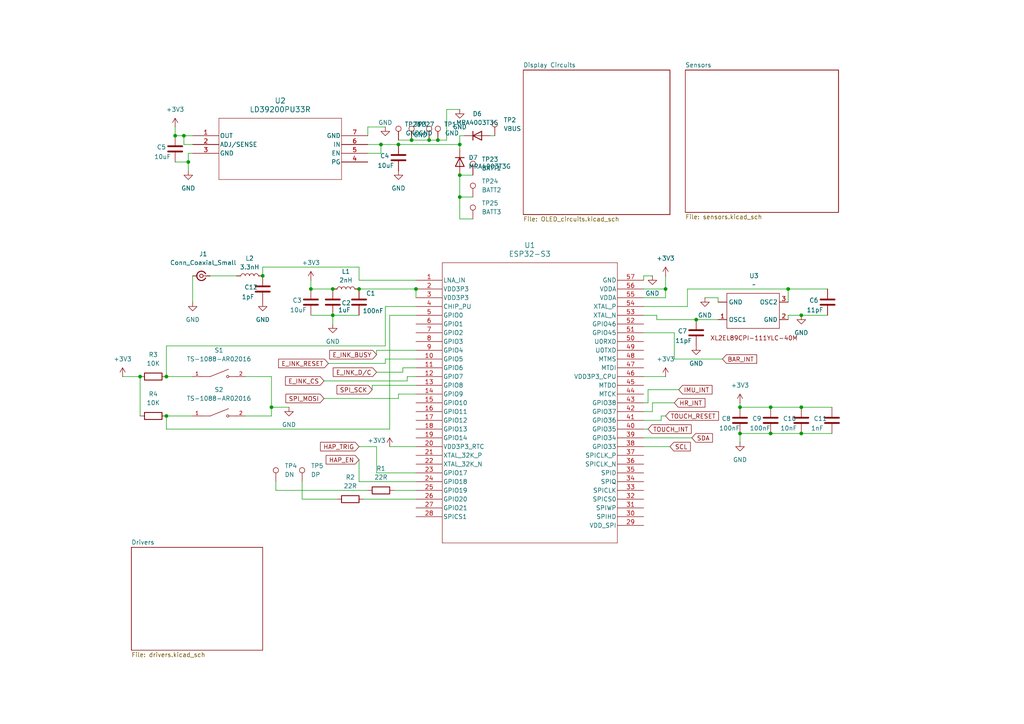
<source format=kicad_sch>
(kicad_sch (version 20250114) (generator "eeschema") (generator_version "9.0")
  (paper "A4")
  (title_block (title "E-ink Watch Flex PCB") (date "2025-12-06") (rev "v1.2"))
  (lib_symbols
    (symbol "Connector:Conn_Coaxial_Small" (pin_numbers (hide yes)) (pin_names (offset 1.016) (hide yes))
      (property "Reference" "J" (at 0.254 3.048 0))
      (property "Value" "Conn_Coaxial_Small" (at 0 -3.81 0))
      (symbol "Conn_Coaxial_Small_0_1"
        (polyline (pts (xy -2.54 0) (xy -0.508 0)))
        (circle (center 0 0) (radius 0.508) (stroke (width 0.2032)))
      )
      (symbol "Conn_Coaxial_Small_1_1"
        (arc (start 1.3484 0.0039) (mid 0.327 -1.308) (end -1.1916 -0.6311) (stroke (width 0.3048)))
        (arc (start -1.1916 0.6311) (mid 0.327 1.3081) (end 1.3484 -0.0039) (stroke (width 0.3048)))
        (pin passive line (at -2.54 0 0) (length 1.27) (name "In") (number "1"))
        (pin passive line (at 2.54 0 180) (length 1.27) (name "Ext") (number "2"))
      )
    )
    (symbol "Connector:TestPoint" (pin_numbers (hide yes)) (pin_names (offset 0.762) (hide yes))
      (property "Reference" "TP" (at 0 6.858 0))
      (property "Value" "TestPoint" (at 0 5.08 0))
      (symbol "TestPoint_0_1"
        (circle (center 0 3.302) (radius 0.762))
      )
      (symbol "TestPoint_1_1"
        (pin passive line (at 0 0 90) (length 2.54) (name "1") (number "1"))
      )
    )
    (symbol "Device:C" (pin_numbers (hide yes)) (pin_names (offset 0.254))
      (property "Reference" "C" (at 0.635 2.54 0))
      (property "Value" "C" (at 0.635 -2.54 0))
      (symbol "C_0_1"
        (polyline (pts (xy -2.032 0.762) (xy 2.032 0.762)) (stroke (width 0.508)))
        (polyline (pts (xy -2.032 -0.762) (xy 2.032 -0.762)) (stroke (width 0.508)))
      )
      (symbol "C_1_1"
        (pin passive line (at 0 3.81 270) (length 2.794) (name "~") (number "1"))
        (pin passive line (at 0 -3.81 90) (length 2.794) (name "~") (number "2"))
      )
    )
    (symbol "Device:L" (pin_numbers (hide yes)) (pin_names (offset 1.016) (hide yes))
      (property "Reference" "L" (at -1.27 0 90))
      (property "Value" "L" (at 1.905 0 90))
      (symbol "L_0_1"
        (arc (start 0 2.54) (mid 0.6323 1.905) (end 0 1.27))
        (arc (start 0 1.27) (mid 0.6323 0.635) (end 0 0))
        (arc (start 0 0) (mid 0.6323 -0.635) (end 0 -1.27))
        (arc (start 0 -1.27) (mid 0.6323 -1.905) (end 0 -2.54))
      )
      (symbol "L_1_1"
        (pin passive line (at 0 3.81 270) (length 1.27) (name "1") (number "1"))
        (pin passive line (at 0 -3.81 90) (length 1.27) (name "2") (number "2"))
      )
    )
    (symbol "Device:R" (pin_numbers (hide yes)) (pin_names (offset 0))
      (property "Reference" "R" (at 2.032 0 90))
      (property "Value" "R" (at 0 0 90))
      (symbol "R_0_1"
        (rectangle (start -1.016 -2.54) (end 1.016 2.54) (stroke (width 0.254)))
      )
      (symbol "R_1_1"
        (pin passive line (at 0 3.81 270) (length 1.27) (name "~") (number "1"))
        (pin passive line (at 0 -3.81 90) (length 1.27) (name "~") (number "2"))
      )
    )
    (symbol "Diode:MRA4003T3G" (pin_numbers (hide yes)) (pin_names (hide yes))
      (property "Reference" "D" (at 0 2.54 0))
      (property "Value" "MRA4003T3G" (at 0 -2.54 0))
      (symbol "MRA4003T3G_0_1"
        (polyline (pts (xy -1.27 1.27) (xy -1.27 -1.27)) (stroke (width 0.254)))
        (polyline (pts (xy 1.27 1.27) (xy 1.27 -1.27) (xy -1.27 0) (xy 1.27 1.27)) (stroke (width 0.254)))
        (polyline (pts (xy 1.27 0) (xy -1.27 0)))
      )
      (symbol "MRA4003T3G_1_1"
        (pin passive line (at -3.81 0 0) (length 2.54) (name "K") (number "1"))
        (pin passive line (at 3.81 0 180) (length 2.54) (name "A") (number "2"))
      )
    )
    (symbol "ESP32-S3:ESP32-S3" (pin_names (offset 0.254))
      (property "Reference" "U" (at 33.02 10.16 0))
      (property "Value" "ESP32-S3" (at 33.02 7.62 0))
      (symbol "ESP32-S3_0_1"
        (polyline (pts (xy 7.62 5.08) (xy 7.62 -76.2)) (stroke (width 0.127)))
        (polyline (pts (xy 7.62 -76.2) (xy 58.42 -76.2)) (stroke (width 0.127)))
        (polyline (pts (xy 58.42 5.08) (xy 7.62 5.08)) (stroke (width 0.127)))
        (polyline (pts (xy 58.42 -76.2) (xy 58.42 5.08)) (stroke (width 0.127)))
        (pin bidirectional line (at 0 0 0) (length 7.62) (name "LNA_IN") (number "1"))
        (pin power_in line (at 0 -2.54 0) (length 7.62) (name "VDD3P3") (number "2"))
        (pin power_in line (at 0 -5.08 0) (length 7.62) (name "VDD3P3") (number "3"))
        (pin input line (at 0 -7.62 0) (length 7.62) (name "CHIP_PU") (number "4"))
        (pin bidirectional line (at 0 -10.16 0) (length 7.62) (name "GPIO0") (number "5"))
        (pin bidirectional line (at 0 -12.7 0) (length 7.62) (name "GPIO1") (number "6"))
        (pin bidirectional line (at 0 -15.24 0) (length 7.62) (name "GPIO2") (number "7"))
        (pin bidirectional line (at 0 -17.78 0) (length 7.62) (name "GPIO3") (number "8"))
        (pin bidirectional line (at 0 -20.32 0) (length 7.62) (name "GPIO4") (number "9"))
        (pin bidirectional line (at 0 -22.86 0) (length 7.62) (name "GPIO5") (number "10"))
        (pin bidirectional line (at 0 -25.4 0) (length 7.62) (name "GPIO6") (number "11"))
        (pin bidirectional line (at 0 -27.94 0) (length 7.62) (name "GPIO7") (number "12"))
        (pin bidirectional line (at 0 -30.48 0) (length 7.62) (name "GPIO8") (number "13"))
        (pin bidirectional line (at 0 -33.02 0) (length 7.62) (name "GPIO9") (number "14"))
        (pin bidirectional line (at 0 -35.56 0) (length 7.62) (name "GPIO10") (number "15"))
        (pin bidirectional line (at 0 -38.1 0) (length 7.62) (name "GPIO11") (number "16"))
        (pin bidirectional line (at 0 -40.64 0) (length 7.62) (name "GPIO12") (number "17"))
        (pin bidirectional line (at 0 -43.18 0) (length 7.62) (name "GPIO13") (number "18"))
        (pin bidirectional line (at 0 -45.72 0) (length 7.62) (name "GPIO14") (number "19"))
        (pin power_in line (at 0 -48.26 0) (length 7.62) (name "VDD3P3_RTC") (number "20"))
        (pin bidirectional line (at 0 -50.8 0) (length 7.62) (name "XTAL_32K_P") (number "21"))
        (pin bidirectional line (at 0 -53.34 0) (length 7.62) (name "XTAL_32K_N") (number "22"))
        (pin bidirectional line (at 0 -55.88 0) (length 7.62) (name "GPIO17") (number "23"))
        (pin bidirectional line (at 0 -58.42 0) (length 7.62) (name "GPIO18") (number "24"))
        (pin bidirectional line (at 0 -60.96 0) (length 7.62) (name "GPIO19") (number "25"))
        (pin bidirectional line (at 0 -63.5 0) (length 7.62) (name "GPIO20") (number "26"))
        (pin bidirectional line (at 0 -66.04 0) (length 7.62) (name "GPIO21") (number "27"))
        (pin bidirectional line (at 0 -68.58 0) (length 7.62) (name "SPICS1") (number "28"))
        (pin power_out line (at 66.04 0 180) (length 7.62) (name "GND") (number "57"))
        (pin power_in line (at 66.04 -2.54 180) (length 7.62) (name "VDDA") (number "56"))
        (pin power_in line (at 66.04 -5.08 180) (length 7.62) (name "VDDA") (number "55"))
        (pin input line (at 66.04 -7.62 180) (length 7.62) (name "XTAL_P") (number "54"))
        (pin output line (at 66.04 -10.16 180) (length 7.62) (name "XTAL_N") (number "53"))
        (pin bidirectional line (at 66.04 -12.7 180) (length 7.62) (name "GPIO46") (number "52"))
        (pin bidirectional line (at 66.04 -15.24 180) (length 7.62) (name "GPIO45") (number "51"))
        (pin bidirectional line (at 66.04 -17.78 180) (length 7.62) (name "U0RXD") (number "50"))
        (pin bidirectional line (at 66.04 -20.32 180) (length 7.62) (name "U0TXD") (number "49"))
        (pin bidirectional line (at 66.04 -22.86 180) (length 7.62) (name "MTMS") (number "48"))
        (pin bidirectional line (at 66.04 -25.4 180) (length 7.62) (name "MTDI") (number "47"))
        (pin power_in line (at 66.04 -27.94 180) (length 7.62) (name "VDD3P3_CPU") (number "46"))
        (pin bidirectional line (at 66.04 -30.48 180) (length 7.62) (name "MTDO") (number "45"))
        (pin bidirectional line (at 66.04 -33.02 180) (length 7.62) (name "MTCK") (number "44"))
        (pin bidirectional line (at 66.04 -35.56 180) (length 7.62) (name "GPIO38") (number "43"))
        (pin bidirectional line (at 66.04 -38.1 180) (length 7.62) (name "GPIO37") (number "42"))
        (pin bidirectional line (at 66.04 -40.64 180) (length 7.62) (name "GPIO36") (number "41"))
        (pin bidirectional line (at 66.04 -43.18 180) (length 7.62) (name "GPIO35") (number "40"))
        (pin bidirectional line (at 66.04 -45.72 180) (length 7.62) (name "GPIO34") (number "39"))
        (pin bidirectional line (at 66.04 -48.26 180) (length 7.62) (name "GPIO33") (number "38"))
        (pin bidirectional line (at 66.04 -50.8 180) (length 7.62) (name "SPICLK_P") (number "37"))
        (pin bidirectional line (at 66.04 -53.34 180) (length 7.62) (name "SPICLK_N") (number "36"))
        (pin bidirectional line (at 66.04 -55.88 180) (length 7.62) (name "SPID") (number "35"))
        (pin bidirectional line (at 66.04 -58.42 180) (length 7.62) (name "SPIQ") (number "34"))
        (pin bidirectional line (at 66.04 -60.96 180) (length 7.62) (name "SPICLK") (number "33"))
        (pin bidirectional line (at 66.04 -63.5 180) (length 7.62) (name "SPICS0") (number "32"))
        (pin bidirectional line (at 66.04 -66.04 180) (length 7.62) (name "SPIWP") (number "31"))
        (pin bidirectional line (at 66.04 -68.58 180) (length 7.62) (name "SPIHD") (number "30"))
        (pin power_in line (at 66.04 -71.12 180) (length 7.62) (name "VDD_SPI") (number "29"))
      )
    )
    (symbol "LD39200PU33R:LD39200PU33R" (pin_names (offset 0.254))
      (property "Reference" "U" (at 25.4 10.16 0))
      (property "Value" "LD39200PU33R" (at 25.4 7.62 0))
      (symbol "LD39200PU33R_0_1"
        (polyline (pts (xy 7.62 5.08) (xy 7.62 -12.7)) (stroke (width 0.127)))
        (polyline (pts (xy 7.62 -12.7) (xy 43.18 -12.7)) (stroke (width 0.127)))
        (polyline (pts (xy 43.18 5.08) (xy 7.62 5.08)) (stroke (width 0.127)))
        (polyline (pts (xy 43.18 -12.7) (xy 43.18 5.08)) (stroke (width 0.127)))
        (pin output line (at 0 0 0) (length 7.62) (name "OUT") (number "1"))
        (pin unspecified line (at 0 -2.54 0) (length 7.62) (name "ADJ/SENSE") (number "2"))
        (pin power_out line (at 0 -5.08 0) (length 7.62) (name "GND") (number "3"))
        (pin power_out line (at 50.8 0 180) (length 7.62) (name "GND") (number "7"))
        (pin power_in line (at 50.8 -2.54 180) (length 7.62) (name "IN") (number "6"))
        (pin unspecified line (at 50.8 -5.08 180) (length 7.62) (name "EN") (number "5"))
        (pin unspecified line (at 50.8 -7.62 180) (length 7.62) (name "PG") (number "4"))
      )
    )
    (symbol "TS-1088-AR02016:TS-1088-AR02016" (pin_names (offset 1.016))
      (property "Reference" "S" (at -2.54 2.54 0))
      (property "Value" "TS-1088-AR02016" (at -2.54 -2.54 0))
      (symbol "TS-1088-AR02016_0_0"
        (polyline (pts (xy -2.54 0) (xy -5.08 0)) (stroke (width 0.1524)))
        (polyline (pts (xy -2.54 0) (xy 2.794 2.1336)) (stroke (width 0.1524)))
        (circle (center 2.54 0) (radius 0.3302) (stroke (width 0.1524)))
        (polyline (pts (xy 5.08 0) (xy 2.921 0)) (stroke (width 0.1524)))
        (pin passive line (at -7.62 0 0) (length 2.54) (name "~") (number "1"))
        (pin passive line (at 7.62 0 180) (length 2.54) (name "~") (number "2"))
      )
    )
    (symbol "XL2EL89CPI-111YLC-40M:XL2EL89CPI-111YLC-40M"
      (property "Reference" "U" (at 0 0 0))
      (symbol "XL2EL89CPI-111YLC-40M_0_1"
        (rectangle (start -7.62 5.08) (end 7.62 -5.08))
      )
      (symbol "XL2EL89CPI-111YLC-40M_1_1"
        (text "XL2EL89CPI-111YLC-40M" (at 0.254 -7.874 0) (effects (font (size 1.27 1.27))))
        (pin power_in line (at -10.16 2.54 0) (length 2.54) (name "GND") (number ""))
        (pin bidirectional line (at -10.16 -2.54 0) (length 2.54) (name "OSC1") (number "1"))
        (pin bidirectional line (at 10.16 2.54 180) (length 2.54) (name "OSC2") (number "3"))
        (pin power_in line (at 10.16 -2.54 180) (length 2.54) (name "GND") (number "2"))
      )
    )
    (symbol "power:+3V3" (power) (pin_numbers (hide yes)) (pin_names (offset 0) (hide yes))
      (property "Value" "+3V3" (at 0 3.556 0))
      (symbol "+3V3_0_1"
        (polyline (pts (xy -0.762 1.27) (xy 0 2.54)))
        (polyline (pts (xy 0 2.54) (xy 0.762 1.27)))
        (polyline (pts (xy 0 0) (xy 0 2.54)))
      )
      (symbol "+3V3_1_1"
        (pin power_in line (at 0 0 90) (length 0) (name "~") (number "1"))
      )
    )
    (symbol "power:GND" (power) (pin_numbers (hide yes)) (pin_names (offset 0) (hide yes))
      (property "Value" "GND" (at 0 -3.81 0))
      (symbol "GND_0_1"
        (polyline (pts (xy 0 0) (xy 0 -1.27) (xy 1.27 -1.27) (xy 0 -2.54) (xy -1.27 -1.27) (xy 0 -1.27)))
      )
      (symbol "GND_1_1"
        (pin power_in line (at 0 0 270) (length 0) (name "~") (number "1"))
      )
    )
  )
  (junction (at 223.52 118.11))
  (junction (at 54.61 46.99))
  (junction (at 133.35 50.8))
  (junction (at 90.17 83.82))
  (junction (at 223.52 125.73))
  (junction (at 96.52 91.44))
  (junction (at 133.35 41.91))
  (junction (at 232.41 125.73))
  (junction (at 124.46 40.64))
  (junction (at 110.49 41.91))
  (junction (at 78.74 118.11))
  (junction (at 120.65 83.82))
  (junction (at 201.93 92.71))
  (junction (at 104.14 83.82))
  (junction (at 228.6 83.82))
  (junction (at 119.38 40.64))
  (junction (at 214.63 118.11))
  (junction (at 115.57 41.91))
  (junction (at 127 40.64))
  (junction (at 40.64 109.22))
  (junction (at 214.63 125.73))
  (junction (at 96.52 83.82))
  (junction (at 76.2 80.01))
  (junction (at 48.26 120.65))
  (junction (at 193.04 83.82))
  (junction (at 232.41 91.44))
  (junction (at 133.35 57.15))
  (junction (at 232.41 118.11))
  (junction (at 50.8 39.37))
  (junction (at 53.34 39.37))
  (junction (at 48.26 109.22))
  (wire (pts (xy 186.69 116.84) (xy 187.96 116.84)))
  (wire (pts (xy 118.11 109.22) (xy 118.11 110.49)))
  (wire (pts (xy 189.23 116.84) (xy 195.58 116.84)))
  (wire (pts (xy 55.88 39.37) (xy 53.34 39.37)))
  (wire (pts (xy 189.23 80.01) (xy 186.69 80.01)))
  (wire (pts (xy 111.76 105.41) (xy 95.25 105.41)))
  (wire (pts (xy 55.88 80.01) (xy 55.88 87.63)))
  (wire (pts (xy 223.52 118.11) (xy 232.41 118.11)))
  (wire (pts (xy 120.65 91.44) (xy 113.03 91.44)))
  (wire (pts (xy 223.52 125.73) (xy 232.41 125.73)))
  (wire (pts (xy 133.35 57.15) (xy 137.16 57.15)))
  (wire (pts (xy 208.28 86.36) (xy 208.28 87.63)))
  (wire (pts (xy 214.63 116.84) (xy 214.63 118.11)))
  (wire (pts (xy 232.41 125.73) (xy 241.3 125.73)))
  (wire (pts (xy 186.69 80.01) (xy 186.69 81.28)))
  (wire (pts (xy 232.41 118.11) (xy 241.3 118.11)))
  (wire (pts (xy 40.64 109.22) (xy 40.64 120.65)))
  (wire (pts (xy 115.57 114.3) (xy 115.57 115.57)))
  (wire (pts (xy 104.14 81.28) (xy 104.14 77.47)))
  (wire (pts (xy 111.76 104.14) (xy 111.76 105.41)))
  (wire (pts (xy 54.61 44.45) (xy 55.88 44.45)))
  (wire (pts (xy 186.69 129.54) (xy 194.31 129.54)))
  (wire (pts (xy 106.68 36.83) (xy 106.68 39.37)))
  (wire (pts (xy 120.65 101.6) (xy 109.22 101.6)))
  (wire (pts (xy 120.65 81.28) (xy 104.14 81.28)))
  (wire (pts (xy 133.35 50.8) (xy 133.35 57.15)))
  (wire (pts (xy 199.39 83.82) (xy 228.6 83.82)))
  (wire (pts (xy 142.24 39.37) (xy 143.51 39.37)))
  (wire (pts (xy 109.22 129.54) (xy 109.22 137.16)))
  (wire (pts (xy 193.04 120.65) (xy 191.77 120.65)))
  (wire (pts (xy 119.38 40.64) (xy 124.46 40.64)))
  (wire (pts (xy 55.88 41.91) (xy 53.34 41.91)))
  (wire (pts (xy 35.56 109.22) (xy 40.64 109.22)))
  (wire (pts (xy 93.98 115.57) (xy 115.57 115.57)))
  (wire (pts (xy 114.3 142.24) (xy 120.65 142.24)))
  (wire (pts (xy 116.84 106.68) (xy 116.84 107.95)))
  (wire (pts (xy 50.8 39.37) (xy 50.8 36.83)))
  (wire (pts (xy 214.63 125.73) (xy 214.63 128.27)))
  (wire (pts (xy 113.03 129.54) (xy 120.65 129.54)))
  (wire (pts (xy 78.74 118.11) (xy 83.82 118.11)))
  (wire (pts (xy 111.76 36.83) (xy 106.68 36.83)))
  (wire (pts (xy 189.23 119.38) (xy 189.23 116.84)))
  (wire (pts (xy 193.04 83.82) (xy 186.69 83.82)))
  (wire (pts (xy 53.34 41.91) (xy 53.34 39.37)))
  (wire (pts (xy 209.55 104.14) (xy 195.58 104.14)))
  (wire (pts (xy 232.41 91.44) (xy 240.03 91.44)))
  (wire (pts (xy 120.65 114.3) (xy 115.57 114.3)))
  (wire (pts (xy 105.41 144.78) (xy 120.65 144.78)))
  (wire (pts (xy 48.26 100.33) (xy 111.76 100.33)))
  (wire (pts (xy 96.52 93.98) (xy 96.52 91.44)))
  (wire (pts (xy 124.46 40.64) (xy 127 40.64)))
  (wire (pts (xy 191.77 120.65) (xy 191.77 121.92)))
  (wire (pts (xy 104.14 129.54) (xy 109.22 129.54)))
  (wire (pts (xy 53.34 39.37) (xy 50.8 39.37)))
  (wire (pts (xy 113.03 91.44) (xy 113.03 124.46)))
  (wire (pts (xy 76.2 77.47) (xy 76.2 80.01)))
  (wire (pts (xy 193.04 86.36) (xy 193.04 83.82)))
  (wire (pts (xy 186.69 124.46) (xy 187.96 124.46)))
  (wire (pts (xy 186.69 86.36) (xy 193.04 86.36)))
  (wire (pts (xy 195.58 96.52) (xy 186.69 96.52)))
  (wire (pts (xy 133.35 50.8) (xy 137.16 50.8)))
  (wire (pts (xy 129.54 40.64) (xy 127 40.64)))
  (wire (pts (xy 111.76 88.9) (xy 120.65 88.9)))
  (wire (pts (xy 48.26 124.46) (xy 48.26 120.65)))
  (wire (pts (xy 120.65 109.22) (xy 118.11 109.22)))
  (wire (pts (xy 54.61 46.99) (xy 54.61 44.45)))
  (wire (pts (xy 120.65 104.14) (xy 111.76 104.14)))
  (wire (pts (xy 87.63 144.78) (xy 97.79 144.78)))
  (wire (pts (xy 204.47 86.36) (xy 208.28 86.36)))
  (wire (pts (xy 71.12 109.22) (xy 78.74 109.22)))
  (wire (pts (xy 133.35 57.15) (xy 133.35 63.5)))
  (wire (pts (xy 120.65 83.82) (xy 120.65 86.36)))
  (wire (pts (xy 199.39 88.9) (xy 199.39 83.82)))
  (wire (pts (xy 190.5 92.71) (xy 190.5 91.44)))
  (wire (pts (xy 115.57 40.64) (xy 119.38 40.64)))
  (wire (pts (xy 90.17 81.28) (xy 90.17 83.82)))
  (wire (pts (xy 133.35 39.37) (xy 133.35 41.91)))
  (wire (pts (xy 104.14 77.47) (xy 76.2 77.47)))
  (wire (pts (xy 228.6 83.82) (xy 240.03 83.82)))
  (wire (pts (xy 186.69 88.9) (xy 199.39 88.9)))
  (wire (pts (xy 232.41 91.44) (xy 228.6 91.44)))
  (wire (pts (xy 104.14 83.82) (xy 120.65 83.82)))
  (wire (pts (xy 111.76 100.33) (xy 111.76 88.9)))
  (wire (pts (xy 48.26 109.22) (xy 55.88 109.22)))
  (wire (pts (xy 193.04 80.01) (xy 193.04 83.82)))
  (wire (pts (xy 118.11 110.49) (xy 93.98 110.49)))
  (wire (pts (xy 186.69 119.38) (xy 189.23 119.38)))
  (wire (pts (xy 54.61 49.53) (xy 54.61 46.99)))
  (wire (pts (xy 113.03 124.46) (xy 48.26 124.46)))
  (wire (pts (xy 106.68 41.91) (xy 110.49 41.91)))
  (wire (pts (xy 110.49 44.45) (xy 110.49 41.91)))
  (wire (pts (xy 191.77 121.92) (xy 186.69 121.92)))
  (wire (pts (xy 90.17 91.44) (xy 96.52 91.44)))
  (wire (pts (xy 50.8 46.99) (xy 54.61 46.99)))
  (wire (pts (xy 90.17 83.82) (xy 96.52 83.82)))
  (wire (pts (xy 106.68 142.24) (xy 80.01 142.24)))
  (wire (pts (xy 214.63 118.11) (xy 223.52 118.11)))
  (wire (pts (xy 109.22 137.16) (xy 120.65 137.16)))
  (wire (pts (xy 133.35 63.5) (xy 137.16 63.5)))
  (wire (pts (xy 228.6 91.44) (xy 228.6 92.71)))
  (wire (pts (xy 104.14 139.7) (xy 104.14 133.35)))
  (wire (pts (xy 129.54 31.75) (xy 129.54 40.64)))
  (wire (pts (xy 60.96 80.01) (xy 68.58 80.01)))
  (wire (pts (xy 48.26 109.22) (xy 48.26 100.33)))
  (wire (pts (xy 78.74 109.22) (xy 78.74 118.11)))
  (wire (pts (xy 120.65 111.76) (xy 107.95 111.76)))
  (wire (pts (xy 120.65 106.68) (xy 116.84 106.68)))
  (wire (pts (xy 115.57 41.91) (xy 133.35 41.91)))
  (wire (pts (xy 96.52 91.44) (xy 104.14 91.44)))
  (wire (pts (xy 214.63 125.73) (xy 223.52 125.73)))
  (wire (pts (xy 109.22 101.6) (xy 109.22 102.87)))
  (wire (pts (xy 71.12 120.65) (xy 78.74 120.65)))
  (wire (pts (xy 133.35 41.91) (xy 133.35 43.18)))
  (wire (pts (xy 107.95 111.76) (xy 107.95 113.03)))
  (wire (pts (xy 134.62 39.37) (xy 133.35 39.37)))
  (wire (pts (xy 106.68 44.45) (xy 110.49 44.45)))
  (wire (pts (xy 187.96 116.84) (xy 187.96 113.03)))
  (wire (pts (xy 190.5 91.44) (xy 186.69 91.44)))
  (wire (pts (xy 133.35 31.75) (xy 129.54 31.75)))
  (wire (pts (xy 120.65 139.7) (xy 104.14 139.7)))
  (wire (pts (xy 78.74 118.11) (xy 78.74 120.65)))
  (wire (pts (xy 186.69 127) (xy 200.66 127)))
  (wire (pts (xy 110.49 41.91) (xy 115.57 41.91)))
  (wire (pts (xy 87.63 139.7) (xy 87.63 144.78)))
  (wire (pts (xy 195.58 104.14) (xy 195.58 96.52)))
  (wire (pts (xy 80.01 142.24) (xy 80.01 139.7)))
  (wire (pts (xy 208.28 92.71) (xy 201.93 92.71)))
  (wire (pts (xy 228.6 83.82) (xy 228.6 87.63)))
  (wire (pts (xy 48.26 120.65) (xy 55.88 120.65)))
  (wire (pts (xy 116.84 107.95) (xy 109.22 107.95)))
  (wire (pts (xy 186.69 109.22) (xy 193.04 109.22)))
  (wire (pts (xy 187.96 113.03) (xy 196.85 113.03)))
  (wire (pts (xy 201.93 92.71) (xy 190.5 92.71)))
  (global_label "E_INK_D{slash}C" (shape input) (at 109.22 107.95 180) (property "Intersheetrefs" "${INTERSHEET_REFS}" (effects (hide yes))))
  (global_label "SCL" (shape input) (at 194.31 129.54 0) (property "Intersheetrefs" "${INTERSHEET_REFS}" (effects (hide yes))))
  (global_label "IMU_INT" (shape input) (at 196.85 113.03 0) (property "Intersheetrefs" "${INTERSHEET_REFS}" (effects (hide yes))))
  (global_label "BAR_INT" (shape input) (at 209.55 104.14 0) (property "Intersheetrefs" "${INTERSHEET_REFS}" (effects (hide yes))))
  (global_label "TOUCH_RESET" (shape input) (at 193.04 120.65 0) (property "Intersheetrefs" "${INTERSHEET_REFS}" (effects (hide yes))))
  (global_label "E_INK_BUSY" (shape input) (at 109.22 102.87 180) (property "Intersheetrefs" "${INTERSHEET_REFS}" (effects (hide yes))))
  (global_label "E_INK_RESET" (shape input) (at 95.25 105.41 180) (property "Intersheetrefs" "${INTERSHEET_REFS}" (effects (hide yes))))
  (global_label "HAP_EN" (shape input) (at 104.14 133.35 180) (property "Intersheetrefs" "${INTERSHEET_REFS}" (effects (hide yes))))
  (global_label "SDA" (shape input) (at 200.66 127 0) (property "Intersheetrefs" "${INTERSHEET_REFS}" (effects (hide yes))))
  (global_label "SPI_SCK" (shape input) (at 107.95 113.03 180) (property "Intersheetrefs" "${INTERSHEET_REFS}" (effects (hide yes))))
  (global_label "SPI_MOSI" (shape input) (at 93.98 115.57 180) (property "Intersheetrefs" "${INTERSHEET_REFS}" (effects (hide yes))))
  (global_label "HR_INT" (shape input) (at 195.58 116.84 0) (property "Intersheetrefs" "${INTERSHEET_REFS}" (effects (hide yes))))
  (global_label "HAP_TRIG" (shape input) (at 104.14 129.54 180) (property "Intersheetrefs" "${INTERSHEET_REFS}" (effects (hide yes))))
  (global_label "E_INK_CS" (shape input) (at 93.98 110.49 180) (property "Intersheetrefs" "${INTERSHEET_REFS}" (effects (hide yes))))
  (global_label "TOUCH_INT" (shape input) (at 187.96 124.46 0) (property "Intersheetrefs" "${INTERSHEET_REFS}" (effects (hide yes))))
  (symbol (lib_id "power:GND") (at 115.57 49.53 0) (unit 1)
    (property "Reference" "#PWR010" (effects (hide yes)))
    (property "Value" "GND" (at 115.57 54.61 0))
    (property "Description" "Power symbol creates a global label with name \"GND\" , ground" (effects (hide yes)))
  )
  (symbol (lib_id "power:+3V3") (at 50.8 36.83 0) (unit 1)
    (property "Reference" "#PWR07" (effects (hide yes)))
    (property "Value" "+3V3" (at 50.8 31.75 0))
    (property "Description" "Power symbol creates a global label with name \"+3V3\"" (effects (hide yes)))
  )
  (symbol (lib_id "power:+3V3") (at 193.04 109.22 0) (unit 1)
    (property "Reference" "#PWR02" (effects (hide yes)))
    (property "Value" "+3V3" (at 193.04 104.14 0))
    (property "Description" "Power symbol creates a global label with name \"+3V3\"" (effects (hide yes)))
  )
  (symbol (lib_id "Connector:TestPoint") (at 137.16 63.5 0) (unit 1)
    (property "Reference" "TP25" (at 139.7 58.9279 0) (effects (justify left)))
    (property "Value" "BATT3" (at 139.7 61.4679 0) (effects (justify left)))
    (property "Footprint" "TestPoint:TestPoint_Pad_1.5x1.5mm" (effects (hide yes)))
    (property "Description" "test point" (effects (hide yes)))
  )
  (symbol (lib_id "Device:C") (at 76.2 83.82 0) (unit 1)
    (property "Reference" "C12" (at 70.866 83.312 0) (effects (justify left)))
    (property "Value" "1pF" (at 70.104 86.106 0) (effects (justify left)))
    (property "Footprint" "Capacitor_SMD:C_0402_1005Metric_Pad0.74x0.62mm_HandSolder" (effects (hide yes)))
    (property "Description" "Unpolarized capacitor" (effects (hide yes)))
  )
  (symbol (lib_id "power:+3V3") (at 193.04 80.01 0) (unit 1)
    (property "Reference" "#PWR01" (effects (hide yes)))
    (property "Value" "+3V3" (at 193.04 74.93 0))
    (property "Description" "Power symbol creates a global label with name \"+3V3\"" (effects (hide yes)))
  )
  (symbol (lib_id "Device:R") (at 44.45 120.65 90) (unit 1)
    (property "Reference" "R4" (at 44.45 114.3 90))
    (property "Value" "10K" (at 44.45 116.84 90))
    (property "Footprint" "Resistor_SMD:R_0402_1005Metric_Pad0.72x0.64mm_HandSolder" (effects (hide yes)))
    (property "Description" "Resistor" (effects (hide yes)))
  )
  (symbol (lib_id "power:GND") (at 204.47 86.36 0) (unit 1)
    (property "Reference" "#PWR012" (effects (hide yes)))
    (property "Value" "GND" (at 204.47 91.44 0))
    (property "Description" "Power symbol creates a global label with name \"GND\" , ground" (effects (hide yes)))
  )
  (symbol (lib_id "power:GND") (at 232.41 91.44 0) (unit 1)
    (property "Reference" "#PWR013" (effects (hide yes)))
    (property "Value" "GND" (at 232.41 96.52 0))
    (property "Description" "Power symbol creates a global label with name \"GND\" , ground" (effects (hide yes)))
  )
  (symbol (lib_id "power:GND") (at 76.2 87.63 0) (unit 1)
    (property "Reference" "#PWR019" (effects (hide yes)))
    (property "Value" "GND" (at 76.2 92.71 0))
    (property "Description" "Power symbol creates a global label with name \"GND\" , ground" (effects (hide yes)))
  )
  (symbol (lib_id "Connector:TestPoint") (at 137.16 57.15 0) (unit 1)
    (property "Reference" "TP24" (at 139.7 52.5779 0) (effects (justify left)))
    (property "Value" "BATT2" (at 139.7 55.1179 0) (effects (justify left)))
    (property "Footprint" "TestPoint:TestPoint_Pad_1.5x1.5mm" (effects (hide yes)))
    (property "Description" "test point" (effects (hide yes)))
  )
  (symbol (lib_id "Device:C") (at 232.41 121.92 0) (unit 1)
    (property "Reference" "C10" (at 227.076 121.412 0) (effects (justify left)))
    (property "Value" "10nF" (at 226.314 124.206 0) (effects (justify left)))
    (property "Footprint" "Capacitor_SMD:C_0402_1005Metric_Pad0.74x0.62mm_HandSolder" (effects (hide yes)))
    (property "Description" "Unpolarized capacitor" (effects (hide yes)))
  )
  (symbol (lib_id "power:GND") (at 111.76 36.83 0) (unit 1)
    (property "Reference" "#PWR09" (effects (hide yes)))
    (property "Value" "GND" (at 111.76 35.56 0))
    (property "Description" "Power symbol creates a global label with name \"GND\" , ground" (effects (hide yes)))
  )
  (symbol (lib_id "XL2EL89CPI-111YLC-40M:XL2EL89CPI-111YLC-40M") (at 218.44 90.17 0) (unit 1)
    (property "Reference" "U3" (at 218.694 80.01 0))
    (property "Value" "~" (at 218.694 82.55 0))
    (property "Footprint" "XL2EL89CPI-111YLC-40M:Untitled" (effects (hide yes)))
  )
  (symbol (lib_id "Connector:TestPoint") (at 127 40.64 0) (unit 1)
    (property "Reference" "TP1" (at 128.778 36.068 0) (effects (justify left)))
    (property "Value" "GND" (at 129.032 38.608 0) (effects (justify left)))
    (property "Footprint" "TestPoint:TestPoint_Pad_1.5x1.5mm" (effects (hide yes)))
    (property "Description" "test point" (effects (hide yes)))
  )
  (symbol (lib_id "Connector:TestPoint") (at 124.46 40.64 0) (unit 1)
    (property "Reference" "TP3" (at 120.142 36.068 0) (effects (justify left)))
    (property "Value" "GND" (at 119.888 39.116 0) (effects (justify left)))
    (property "Footprint" "TestPoint:TestPoint_Pad_1.5x1.5mm" (effects (hide yes)))
    (property "Description" "test point" (effects (hide yes)))
  )
  (symbol (lib_id "Connector:Conn_Coaxial_Small") (at 58.42 80.01 180) (unit 1)
    (property "Reference" "J1" (at 58.9395 73.66 0))
    (property "Value" "Conn_Coaxial_Small" (at 58.9395 76.2 0))
    (property "Footprint" "Connector_Coaxial:U.FL_Hirose_U.FL-R-SMT-1_Vertical" (effects (hide yes)))
    (property "Description" "small coaxial connector (BNC, SMA, SMB, SMC, Cinch/RCA, LEMO, ...)" (effects (hide yes)))
  )
  (symbol (lib_id "Connector:TestPoint") (at 119.38 40.64 0) (unit 1)
    (property "Reference" "TP27" (at 121.158 36.068 0) (effects (justify left)))
    (property "Value" "GND" (at 121.412 38.608 0) (effects (justify left)))
    (property "Footprint" "TestPoint:TestPoint_Pad_1.5x1.5mm" (effects (hide yes)))
    (property "Description" "test point" (effects (hide yes)))
  )
  (symbol (lib_id "power:+3V3") (at 35.56 109.22 0) (unit 1)
    (property "Reference" "#PWR017" (effects (hide yes)))
    (property "Value" "+3V3" (at 35.56 104.14 0))
    (property "Description" "Power symbol creates a global label with name \"+3V3\"" (effects (hide yes)))
  )
  (symbol (lib_id "Device:C") (at 201.93 96.52 0) (unit 1)
    (property "Reference" "C7" (at 196.596 96.012 0) (effects (justify left)))
    (property "Value" "11pF" (at 195.834 98.806 0) (effects (justify left)))
    (property "Footprint" "Capacitor_SMD:C_0402_1005Metric_Pad0.74x0.62mm_HandSolder" (effects (hide yes)))
    (property "Description" "Unpolarized capacitor" (effects (hide yes)))
  )
  (symbol (lib_id "power:GND") (at 133.35 31.75 0) (unit 1)
    (property "Reference" "#PWR06" (effects (hide yes)))
    (property "Value" "GND" (at 133.35 36.83 0))
    (property "Description" "Power symbol creates a global label with name \"GND\" , ground" (effects (hide yes)))
  )
  (symbol (lib_id "power:GND") (at 55.88 87.63 0) (unit 1)
    (property "Reference" "#PWR020" (effects (hide yes)))
    (property "Value" "GND" (at 55.88 92.71 0))
    (property "Description" "Power symbol creates a global label with name \"GND\" , ground" (effects (hide yes)))
  )
  (symbol (lib_id "power:GND") (at 83.82 118.11 0) (unit 1)
    (property "Reference" "#PWR018" (effects (hide yes)))
    (property "Value" "GND" (at 83.82 123.19 0))
    (property "Description" "Power symbol creates a global label with name \"GND\" , ground" (effects (hide yes)))
  )
  (symbol (lib_id "Connector:TestPoint") (at 80.01 139.7 0) (unit 1)
    (property "Reference" "TP4" (at 82.55 135.1279 0) (effects (justify left)))
    (property "Value" "DN" (at 82.55 137.6679 0) (effects (justify left)))
    (property "Footprint" "TestPoint:TestPoint_Pad_1.5x1.5mm" (effects (hide yes)))
    (property "Description" "test point" (effects (hide yes)))
  )
  (symbol (lib_id "Device:C") (at 214.63 121.92 0) (unit 1)
    (property "Reference" "C8" (at 209.296 121.412 0) (effects (justify left)))
    (property "Value" "100nF" (at 208.534 124.206 0) (effects (justify left)))
    (property "Footprint" "Capacitor_SMD:C_0402_1005Metric_Pad0.74x0.62mm_HandSolder" (effects (hide yes)))
    (property "Description" "Unpolarized capacitor" (effects (hide yes)))
  )
  (symbol (lib_id "Connector:TestPoint") (at 143.51 39.37 0) (unit 1)
    (property "Reference" "TP2" (at 146.05 34.7979 0) (effects (justify left)))
    (property "Value" "VBUS" (at 146.05 37.3379 0) (effects (justify left)))
    (property "Footprint" "TestPoint:TestPoint_Pad_1.5x1.5mm" (effects (hide yes)))
    (property "Description" "test point" (effects (hide yes)))
  )
  (symbol (lib_id "Device:R") (at 44.45 109.22 90) (unit 1)
    (property "Reference" "R3" (at 44.45 102.87 90))
    (property "Value" "10K" (at 44.45 105.41 90))
    (property "Footprint" "Resistor_SMD:R_0402_1005Metric_Pad0.72x0.64mm_HandSolder" (effects (hide yes)))
    (property "Description" "Resistor" (effects (hide yes)))
  )
  (symbol (lib_id "Device:R") (at 110.49 142.24 90) (unit 1)
    (property "Reference" "R1" (at 110.49 135.89 90))
    (property "Value" "22R" (at 110.49 138.43 90))
    (property "Footprint" "Resistor_SMD:R_0402_1005Metric_Pad0.72x0.64mm_HandSolder" (effects (hide yes)))
    (property "Description" "Resistor" (effects (hide yes)))
  )
  (symbol (lib_id "Device:L") (at 100.33 83.82 90) (unit 1)
    (property "Reference" "L1" (at 100.33 78.74 90))
    (property "Value" "2nH" (at 100.33 81.28 90))
    (property "Footprint" "Inductor_SMD:L_0402_1005Metric_Pad0.77x0.64mm_HandSolder" (effects (hide yes)))
    (property "Description" "Inductor" (effects (hide yes)))
  )
  (symbol (lib_id "power:GND") (at 201.93 100.33 0) (unit 1)
    (property "Reference" "#PWR014" (effects (hide yes)))
    (property "Value" "GND" (at 201.93 105.41 0))
    (property "Description" "Power symbol creates a global label with name \"GND\" , ground" (effects (hide yes)))
  )
  (symbol (lib_id "LD39200PU33R:LD39200PU33R") (at 55.88 39.37 0) (unit 1)
    (property "Reference" "U2" (at 81.28 29.21 0) (effects (font (size 1.524 1.524))))
    (property "Value" "LD39200PU33R" (at 81.28 31.75 0) (effects (font (size 1.524 1.524))))
    (property "Footprint" "LD39200PU33R:SON_DFN6_3X3_STM" (effects (hide yes)))
    (property "Datasheet" "https://www.st.com/resource/en/datasheet/ld39200.pdf" (effects (hide yes)))
  )
  (symbol (lib_id "TS-1088-AR02016:TS-1088-AR02016") (at 63.5 109.22 0) (unit 1)
    (property "Reference" "S1" (at 63.5 101.6 0))
    (property "Value" "TS-1088-AR02016" (at 63.5 104.14 0))
    (property "Footprint" "TS-1088-AR02016:SW_TS-1088-AR02016" (effects (hide yes)))
    (property "MF" "Xunpu" (effects (hide yes)))
    (property "MAXIMUM_PACKAGE_HEIGHT" "2.0 mm" (effects (hide yes)))
    (property "Package" "Package" (effects (hide yes)))
    (property "Price" "None" (effects (hide yes)))
    (property "Check_prices" "https://www.snapeda.com/parts/TS-1088-AR02016/Xunpu/view-part/?ref=eda" (effects (hide yes)))
    (property "STANDARD" "Manufacturer Recommendations" (effects (hide yes)))
    (property "PARTREV" "N/A" (effects (hide yes)))
    (property "SnapEDA_Link" "https://www.snapeda.com/parts/TS-1088-AR02016/Xunpu/view-part/?ref=snap" (effects (hide yes)))
    (property "MP" "TS-1088-AR02016" (effects (hide yes)))
    (property "Description_1" "50mA 4mm 100MΩ 100,000 Times 12V 160gf 3mm 2mm Round Button Vertical welding SPST SMD Tactile Switches ROHS" (effects (hide yes)))
    (property "Availability" "Not in stock" (effects (hide yes)))
    (property "MANUFACTURER" "Xunpu" (effects (hide yes)))
  )
  (symbol (lib_id "Device:C") (at 241.3 121.92 0) (unit 1)
    (property "Reference" "C11" (at 235.966 121.412 0) (effects (justify left)))
    (property "Value" "1nF" (at 235.204 124.206 0) (effects (justify left)))
    (property "Footprint" "Capacitor_SMD:C_0402_1005Metric_Pad0.74x0.62mm_HandSolder" (effects (hide yes)))
    (property "Description" "Unpolarized capacitor" (effects (hide yes)))
  )
  (symbol (lib_id "power:+3V3") (at 113.03 129.54 0) (unit 1)
    (property "Reference" "#PWR03" (effects (hide yes)))
    (property "Value" "+3V3" (at 109.22 127.762 0))
    (property "Description" "Power symbol creates a global label with name \"+3V3\"" (effects (hide yes)))
  )
  (symbol (lib_id "Device:C") (at 90.17 87.63 0) (unit 1)
    (property "Reference" "C3" (at 84.836 87.122 0) (effects (justify left)))
    (property "Value" "10uF" (at 84.074 89.916 0) (effects (justify left)))
    (property "Footprint" "Capacitor_SMD:C_0402_1005Metric_Pad0.74x0.62mm_HandSolder" (effects (hide yes)))
    (property "Description" "Unpolarized capacitor" (effects (hide yes)))
  )
  (symbol (lib_id "Device:L") (at 72.39 80.01 90) (unit 1)
    (property "Reference" "L2" (at 72.39 74.93 90))
    (property "Value" "3.3nH" (at 72.39 77.47 90))
    (property "Footprint" "Inductor_SMD:L_0402_1005Metric_Pad0.77x0.64mm_HandSolder" (effects (hide yes)))
    (property "Description" "Inductor" (effects (hide yes)))
  )
  (symbol (lib_id "Connector:TestPoint") (at 137.16 50.8 0) (unit 1)
    (property "Reference" "TP23" (at 139.7 46.2279 0) (effects (justify left)))
    (property "Value" "BATT1" (at 139.7 48.7679 0) (effects (justify left)))
    (property "Footprint" "TestPoint:TestPoint_Pad_1.5x1.5mm" (effects (hide yes)))
    (property "Description" "test point" (effects (hide yes)))
  )
  (symbol (lib_id "power:GND") (at 96.52 93.98 0) (unit 1)
    (property "Reference" "#PWR04" (effects (hide yes)))
    (property "Value" "GND" (at 96.52 99.06 0))
    (property "Description" "Power symbol creates a global label with name \"GND\" , ground" (effects (hide yes)))
  )
  (symbol (lib_id "power:GND") (at 54.61 49.53 0) (unit 1)
    (property "Reference" "#PWR08" (effects (hide yes)))
    (property "Value" "GND" (at 54.61 54.61 0))
    (property "Description" "Power symbol creates a global label with name \"GND\" , ground" (effects (hide yes)))
  )
  (symbol (lib_id "Device:C") (at 115.57 45.72 0) (unit 1)
    (property "Reference" "C4" (at 110.236 45.212 0) (effects (justify left)))
    (property "Value" "10uF" (at 109.474 48.006 0) (effects (justify left)))
    (property "Footprint" "Capacitor_SMD:C_0402_1005Metric_Pad0.74x0.62mm_HandSolder" (effects (hide yes)))
    (property "Description" "Unpolarized capacitor" (effects (hide yes)))
  )
  (symbol (lib_id "power:+3V3") (at 214.63 116.84 0) (unit 1)
    (property "Reference" "#PWR015" (effects (hide yes)))
    (property "Value" "+3V3" (at 214.63 111.76 0))
    (property "Description" "Power symbol creates a global label with name \"+3V3\"" (effects (hide yes)))
  )
  (symbol (lib_id "Device:C") (at 96.52 87.63 0) (unit 1)
    (property "Reference" "C2" (at 99.06 87.884 0) (effects (justify left)))
    (property "Value" "1uF" (at 98.044 89.916 0) (effects (justify left)))
    (property "Footprint" "Capacitor_SMD:C_0402_1005Metric_Pad0.74x0.62mm_HandSolder" (effects (hide yes)))
    (property "Description" "Unpolarized capacitor" (effects (hide yes)))
  )
  (symbol (lib_id "Device:C") (at 240.03 87.63 0) (unit 1)
    (property "Reference" "C6" (at 234.696 87.122 0) (effects (justify left)))
    (property "Value" "11pF" (at 233.934 89.916 0) (effects (justify left)))
    (property "Footprint" "Capacitor_SMD:C_0402_1005Metric_Pad0.74x0.62mm_HandSolder" (effects (hide yes)))
    (property "Description" "Unpolarized capacitor" (effects (hide yes)))
  )
  (symbol (lib_id "Device:C") (at 104.14 87.63 0) (unit 1)
    (property "Reference" "C1" (at 106.172 85.09 0) (effects (justify left)))
    (property "Value" "100nF" (at 105.156 90.17 0) (effects (justify left)))
    (property "Footprint" "Capacitor_SMD:C_0402_1005Metric_Pad0.74x0.62mm_HandSolder" (effects (hide yes)))
    (property "Description" "Unpolarized capacitor" (effects (hide yes)))
  )
  (symbol (lib_id "Device:C") (at 50.8 43.18 0) (unit 1)
    (property "Reference" "C5" (at 45.466 42.672 0) (effects (justify left)))
    (property "Value" "10uF" (at 44.704 45.466 0) (effects (justify left)))
    (property "Footprint" "Capacitor_SMD:C_0402_1005Metric_Pad0.74x0.62mm_HandSolder" (effects (hide yes)))
    (property "Description" "Unpolarized capacitor" (effects (hide yes)))
  )
  (symbol (lib_id "power:+3V3") (at 90.17 81.28 0) (unit 1)
    (property "Reference" "#PWR05" (effects (hide yes)))
    (property "Value" "+3V3" (at 90.17 76.2 0))
    (property "Description" "Power symbol creates a global label with name \"+3V3\"" (effects (hide yes)))
  )
  (symbol (lib_id "TS-1088-AR02016:TS-1088-AR02016") (at 63.5 120.65 0) (unit 1)
    (property "Reference" "S2" (at 63.5 113.03 0))
    (property "Value" "TS-1088-AR02016" (at 63.5 115.57 0))
    (property "Footprint" "TS-1088-AR02016:SW_TS-1088-AR02016" (effects (hide yes)))
    (property "MF" "Xunpu" (effects (hide yes)))
    (property "MAXIMUM_PACKAGE_HEIGHT" "2.0 mm" (effects (hide yes)))
    (property "Package" "Package" (effects (hide yes)))
    (property "Price" "None" (effects (hide yes)))
    (property "Check_prices" "https://www.snapeda.com/parts/TS-1088-AR02016/Xunpu/view-part/?ref=eda" (effects (hide yes)))
    (property "STANDARD" "Manufacturer Recommendations" (effects (hide yes)))
    (property "PARTREV" "N/A" (effects (hide yes)))
    (property "SnapEDA_Link" "https://www.snapeda.com/parts/TS-1088-AR02016/Xunpu/view-part/?ref=snap" (effects (hide yes)))
    (property "MP" "TS-1088-AR02016" (effects (hide yes)))
    (property "Description_1" "50mA 4mm 100MΩ 100,000 Times 12V 160gf 3mm 2mm Round Button Vertical welding SPST SMD Tactile Switches ROHS" (effects (hide yes)))
    (property "Availability" "Not in stock" (effects (hide yes)))
    (property "MANUFACTURER" "Xunpu" (effects (hide yes)))
  )
  (symbol (lib_id "power:GND") (at 189.23 80.01 0) (unit 1)
    (property "Reference" "#PWR011" (effects (hide yes)))
    (property "Value" "GND" (at 189.23 85.09 0))
    (property "Description" "Power symbol creates a global label with name \"GND\" , ground" (effects (hide yes)))
  )
  (symbol (lib_id "ESP32-S3:ESP32-S3") (at 120.65 81.28 0) (unit 1)
    (property "Reference" "U1" (at 153.67 71.12 0) (effects (font (size 1.524 1.524))))
    (property "Value" "ESP32-S3" (at 153.67 73.66 0) (effects (font (size 1.524 1.524))))
    (property "Footprint" "ESP32-S3:QFN56_7X7_EXP" (effects (hide yes)))
    (property "Datasheet" "ESP32-S3" (effects (hide yes)))
  )
  (symbol (lib_id "power:GND") (at 214.63 128.27 0) (unit 1)
    (property "Reference" "#PWR016" (effects (hide yes)))
    (property "Value" "GND" (at 214.63 133.35 0))
    (property "Description" "Power symbol creates a global label with name \"GND\" , ground" (effects (hide yes)))
  )
  (symbol (lib_id "Device:R") (at 101.6 144.78 90) (unit 1)
    (property "Reference" "R2" (at 101.6 138.43 90))
    (property "Value" "22R" (at 101.6 140.97 90))
    (property "Footprint" "Resistor_SMD:R_0402_1005Metric_Pad0.72x0.64mm_HandSolder" (effects (hide yes)))
    (property "Description" "Resistor" (effects (hide yes)))
  )
  (symbol (lib_id "Device:C") (at 223.52 121.92 0) (unit 1)
    (property "Reference" "C9" (at 218.186 121.412 0) (effects (justify left)))
    (property "Value" "100nF" (at 217.424 124.206 0) (effects (justify left)))
    (property "Footprint" "Capacitor_SMD:C_0402_1005Metric_Pad0.74x0.62mm_HandSolder" (effects (hide yes)))
    (property "Description" "Unpolarized capacitor" (effects (hide yes)))
  )
  (symbol (lib_id "Connector:TestPoint") (at 115.57 40.64 0) (unit 1)
    (property "Reference" "TP26" (at 117.348 36.068 0) (effects (justify left)))
    (property "Value" "GND" (at 117.602 38.608 0) (effects (justify left)))
    (property "Footprint" "TestPoint:TestPoint_Pad_1.5x1.5mm" (effects (hide yes)))
    (property "Description" "test point" (effects (hide yes)))
  )
  (symbol (lib_id "Diode:MRA4003T3G") (at 133.35 46.99 270) (unit 1)
    (property "Reference" "D7" (at 135.89 45.7199 90) (effects (justify left)))
    (property "Value" "MRA4003T3G" (at 135.89 48.2599 90) (effects (justify left)))
    (property "Footprint" "Diode_SMD:D_SMA" (effects (hide yes)))
    (property "Datasheet" "http://www.onsemi.com/pub_link/Collateral/MRA4003T3-D.PDF" (effects (hide yes)))
    (property "Description" "300V, 1A, General Purpose Rectifier Diode, SMA(DO-214AC)" (effects (hide yes)))
    (property "Sim.Device" "D" (effects (hide yes)))
    (property "Sim.Pins" "1=K 2=A" (effects (hide yes)))
  )
  (symbol (lib_id "Diode:MRA4003T3G") (at 138.43 39.37 0) (unit 1)
    (property "Reference" "D6" (at 138.43 33.02 0))
    (property "Value" "MRA4003T3G" (at 138.43 35.56 0))
    (property "Footprint" "Diode_SMD:D_SMA" (effects (hide yes)))
    (property "Datasheet" "http://www.onsemi.com/pub_link/Collateral/MRA4003T3-D.PDF" (effects (hide yes)))
    (property "Description" "300V, 1A, General Purpose Rectifier Diode, SMA(DO-214AC)" (effects (hide yes)))
    (property "Sim.Device" "D" (effects (hide yes)))
    (property "Sim.Pins" "1=K 2=A" (effects (hide yes)))
  )
  (symbol (lib_id "Connector:TestPoint") (at 87.63 139.7 0) (unit 1)
    (property "Reference" "TP5" (at 90.17 135.1279 0) (effects (justify left)))
    (property "Value" "DP" (at 90.17 137.6679 0) (effects (justify left)))
    (property "Footprint" "TestPoint:TestPoint_Pad_1.5x1.5mm" (effects (hide yes)))
    (property "Description" "test point" (effects (hide yes)))
  )
  (sheet (at 198.755 20.32) (size 44.45 41.275) (stroke (width 0.1524))
    (property "Sheetname" "Sensors" (at 198.755 19.6084 0) (effects (justify left bottom)))
    (property "Sheetfile" "sensors.kicad_sch" (at 198.755 62.1796 0) (effects (justify left top)))
  )
  (sheet (at 151.765 20.32) (size 42.545 41.91) (stroke (width 0.1524))
    (property "Sheetname" "Display Circuits" (at 151.765 19.6084 0) (effects (justify left bottom)))
    (property "Sheetfile" "OLED_circuits.kicad_sch" (at 151.765 62.8146 0) (effects (justify left top)))
  )
  (sheet (at 38.1 158.75) (size 38.1 29.845) (stroke (width 0.1524))
    (property "Sheetname" "Drivers" (at 38.1 158.0384 0) (effects (justify left bottom)))
    (property "Sheetfile" "drivers.kicad_sch" (at 38.1 189.1796 0) (effects (justify left top)))
  )
)
</source>
